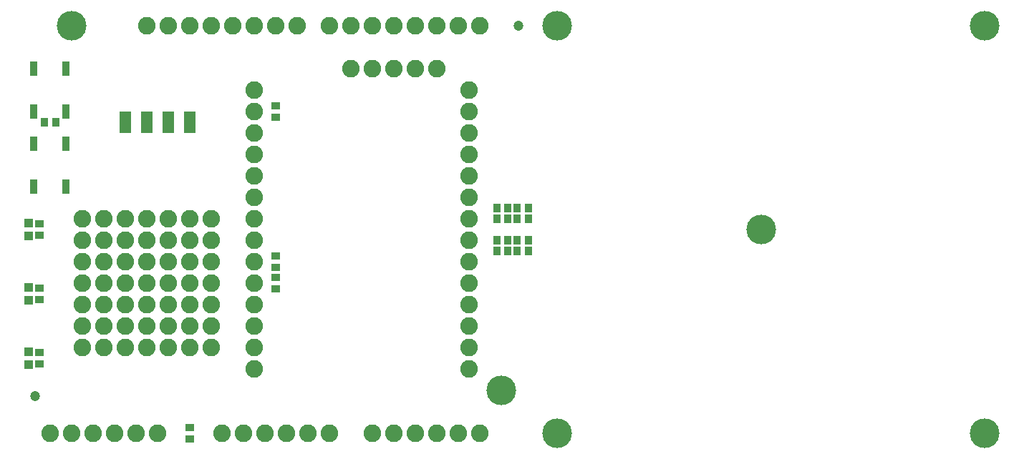
<source format=gbr>
G04 EAGLE Gerber RS-274X export*
G75*
%MOMM*%
%FSLAX34Y34*%
%LPD*%
%INSoldermask Top*%
%IPPOS*%
%AMOC8*
5,1,8,0,0,1.08239X$1,22.5*%
G01*
%ADD10C,2.082800*%
%ADD11R,1.103200X0.903200*%
%ADD12R,1.003200X1.003200*%
%ADD13R,0.965200X1.727200*%
%ADD14C,3.505200*%
%ADD15R,0.903200X1.103200*%
%ADD16C,1.203200*%
%ADD17R,1.473200X0.838200*%


D10*
X279400Y431800D03*
X279400Y406400D03*
X279400Y381000D03*
X279400Y355600D03*
X279400Y330200D03*
X279400Y304800D03*
X279400Y279400D03*
X279400Y254000D03*
X279400Y228600D03*
X279400Y203200D03*
X279400Y177800D03*
X279400Y152400D03*
X279400Y127000D03*
X279400Y101600D03*
X533400Y101600D03*
X533400Y127000D03*
X533400Y152400D03*
X533400Y177800D03*
X533400Y203200D03*
X533400Y228600D03*
X533400Y254000D03*
X533400Y279400D03*
X533400Y304800D03*
X533400Y330200D03*
X533400Y355600D03*
X533400Y381000D03*
X533400Y406400D03*
X533400Y431800D03*
D11*
X25400Y107800D03*
X25400Y120800D03*
X25400Y184000D03*
X25400Y197000D03*
D12*
X12700Y198000D03*
X12700Y183000D03*
X12700Y121800D03*
X12700Y106800D03*
D13*
X57150Y457200D03*
X57150Y406400D03*
X19050Y457200D03*
X19050Y406400D03*
D11*
X304800Y196700D03*
X304800Y209700D03*
X304800Y222100D03*
X304800Y235100D03*
D14*
X878840Y266700D03*
D11*
X25400Y260200D03*
X25400Y273200D03*
D12*
X12700Y274200D03*
X12700Y259200D03*
D15*
X603400Y241300D03*
X590400Y241300D03*
X603400Y292100D03*
X590400Y292100D03*
X590400Y254000D03*
X603400Y254000D03*
X590400Y279400D03*
X603400Y279400D03*
X566270Y254000D03*
X579270Y254000D03*
X566270Y292100D03*
X579270Y292100D03*
D14*
X1143000Y508000D03*
X1143000Y25400D03*
D16*
X20320Y69850D03*
X591820Y508000D03*
D14*
X637540Y508000D03*
X637540Y25400D03*
D13*
X19050Y317500D03*
X19050Y368300D03*
X57150Y317500D03*
X57150Y368300D03*
D10*
X165100Y25400D03*
X139700Y25400D03*
X114300Y25400D03*
X88900Y25400D03*
X63500Y25400D03*
X38100Y25400D03*
X241300Y25400D03*
X266700Y25400D03*
X292100Y25400D03*
X317500Y25400D03*
X342900Y25400D03*
X368300Y25400D03*
X419100Y25400D03*
X444500Y25400D03*
X469900Y25400D03*
X495300Y25400D03*
X520700Y25400D03*
X546100Y25400D03*
X546100Y508000D03*
X520700Y508000D03*
X495300Y508000D03*
X469900Y508000D03*
X444500Y508000D03*
X419100Y508000D03*
X393700Y508000D03*
X368300Y508000D03*
X330200Y508000D03*
X304800Y508000D03*
X279400Y508000D03*
X254000Y508000D03*
X228600Y508000D03*
X203200Y508000D03*
X177800Y508000D03*
X152400Y508000D03*
D14*
X571500Y76200D03*
X63500Y508000D03*
D15*
X579270Y279400D03*
X566270Y279400D03*
X579270Y241300D03*
X566270Y241300D03*
D17*
X177800Y385572D03*
X177800Y393700D03*
X177800Y401828D03*
X203200Y385572D03*
X203200Y393700D03*
X203200Y401828D03*
X152400Y385572D03*
X152400Y393700D03*
X152400Y401828D03*
X127000Y385572D03*
X127000Y393700D03*
X127000Y401828D03*
D15*
X44600Y393700D03*
X31600Y393700D03*
D11*
X304800Y399900D03*
X304800Y412900D03*
X203200Y18900D03*
X203200Y31900D03*
D10*
X495300Y457200D03*
X469900Y457200D03*
X444500Y457200D03*
X419100Y457200D03*
X393700Y457200D03*
X76200Y279400D03*
X76200Y254000D03*
X76200Y228600D03*
X76200Y203200D03*
X76200Y177800D03*
X76200Y152400D03*
X76200Y127000D03*
X101600Y127000D03*
X101600Y152400D03*
X101600Y177800D03*
X101600Y203200D03*
X101600Y228600D03*
X101600Y254000D03*
X101600Y279400D03*
X127000Y279400D03*
X127000Y254000D03*
X127000Y228600D03*
X127000Y203200D03*
X127000Y177800D03*
X127000Y152400D03*
X127000Y127000D03*
X152400Y127000D03*
X152400Y152400D03*
X152400Y177800D03*
X152400Y203200D03*
X152400Y228600D03*
X152400Y254000D03*
X152400Y279400D03*
X177800Y279400D03*
X177800Y254000D03*
X177800Y228600D03*
X177800Y203200D03*
X177800Y177800D03*
X177800Y152400D03*
X177800Y127000D03*
X203200Y127000D03*
X203200Y152400D03*
X203200Y177800D03*
X203200Y203200D03*
X203200Y228600D03*
X203200Y254000D03*
X203200Y279400D03*
X228600Y279400D03*
X228600Y254000D03*
X228600Y228600D03*
X228600Y203200D03*
X228600Y177800D03*
X228600Y152400D03*
X228600Y127000D03*
M02*

</source>
